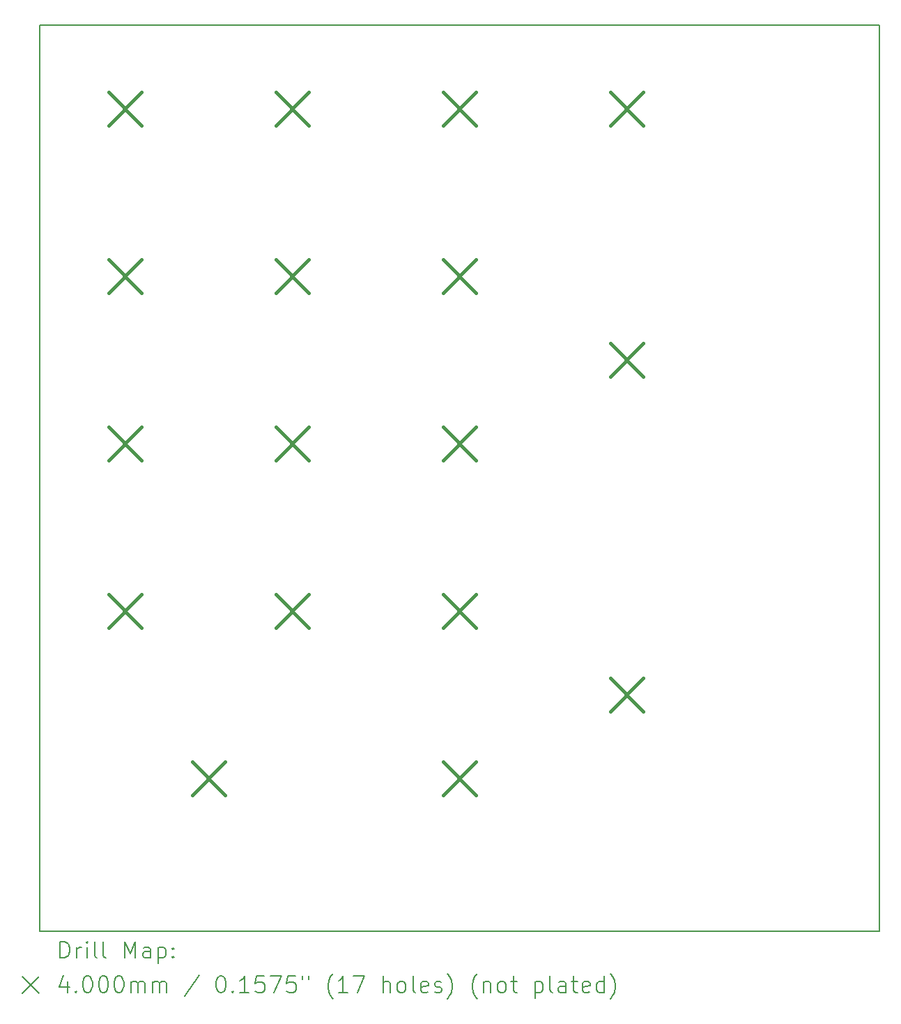
<source format=gbr>
%TF.GenerationSoftware,KiCad,Pcbnew,8.0.3*%
%TF.CreationDate,2024-06-20T00:29:53+02:00*%
%TF.ProjectId,macro=REV2,6d616372-6f3d-4524-9556-322e6b696361,2*%
%TF.SameCoordinates,Original*%
%TF.FileFunction,Drillmap*%
%TF.FilePolarity,Positive*%
%FSLAX45Y45*%
G04 Gerber Fmt 4.5, Leading zero omitted, Abs format (unit mm)*
G04 Created by KiCad (PCBNEW 8.0.3) date 2024-06-20 00:29:53*
%MOMM*%
%LPD*%
G01*
G04 APERTURE LIST*
%ADD10C,0.200000*%
%ADD11C,0.400000*%
G04 APERTURE END LIST*
D10*
X6070600Y-2032000D02*
X16270600Y-2032000D01*
X16270600Y-13032000D01*
X6070600Y-13032000D01*
X6070600Y-2032000D01*
D11*
X6912000Y-2848000D02*
X7312000Y-3248000D01*
X7312000Y-2848000D02*
X6912000Y-3248000D01*
X6912000Y-4880000D02*
X7312000Y-5280000D01*
X7312000Y-4880000D02*
X6912000Y-5280000D01*
X6912000Y-6912000D02*
X7312000Y-7312000D01*
X7312000Y-6912000D02*
X6912000Y-7312000D01*
X6912000Y-8944000D02*
X7312000Y-9344000D01*
X7312000Y-8944000D02*
X6912000Y-9344000D01*
X7928000Y-10976000D02*
X8328000Y-11376000D01*
X8328000Y-10976000D02*
X7928000Y-11376000D01*
X8944000Y-2848000D02*
X9344000Y-3248000D01*
X9344000Y-2848000D02*
X8944000Y-3248000D01*
X8944000Y-4880000D02*
X9344000Y-5280000D01*
X9344000Y-4880000D02*
X8944000Y-5280000D01*
X8944000Y-6912000D02*
X9344000Y-7312000D01*
X9344000Y-6912000D02*
X8944000Y-7312000D01*
X8944000Y-8944000D02*
X9344000Y-9344000D01*
X9344000Y-8944000D02*
X8944000Y-9344000D01*
X10976000Y-2848000D02*
X11376000Y-3248000D01*
X11376000Y-2848000D02*
X10976000Y-3248000D01*
X10976000Y-4880000D02*
X11376000Y-5280000D01*
X11376000Y-4880000D02*
X10976000Y-5280000D01*
X10976000Y-6912000D02*
X11376000Y-7312000D01*
X11376000Y-6912000D02*
X10976000Y-7312000D01*
X10976000Y-8944000D02*
X11376000Y-9344000D01*
X11376000Y-8944000D02*
X10976000Y-9344000D01*
X10976000Y-10976000D02*
X11376000Y-11376000D01*
X11376000Y-10976000D02*
X10976000Y-11376000D01*
X13008000Y-2848000D02*
X13408000Y-3248000D01*
X13408000Y-2848000D02*
X13008000Y-3248000D01*
X13008000Y-5896000D02*
X13408000Y-6296000D01*
X13408000Y-5896000D02*
X13008000Y-6296000D01*
X13008000Y-9960000D02*
X13408000Y-10360000D01*
X13408000Y-9960000D02*
X13008000Y-10360000D01*
D10*
X6321377Y-13353484D02*
X6321377Y-13153484D01*
X6321377Y-13153484D02*
X6368996Y-13153484D01*
X6368996Y-13153484D02*
X6397567Y-13163008D01*
X6397567Y-13163008D02*
X6416615Y-13182055D01*
X6416615Y-13182055D02*
X6426139Y-13201103D01*
X6426139Y-13201103D02*
X6435662Y-13239198D01*
X6435662Y-13239198D02*
X6435662Y-13267769D01*
X6435662Y-13267769D02*
X6426139Y-13305865D01*
X6426139Y-13305865D02*
X6416615Y-13324912D01*
X6416615Y-13324912D02*
X6397567Y-13343960D01*
X6397567Y-13343960D02*
X6368996Y-13353484D01*
X6368996Y-13353484D02*
X6321377Y-13353484D01*
X6521377Y-13353484D02*
X6521377Y-13220150D01*
X6521377Y-13258246D02*
X6530901Y-13239198D01*
X6530901Y-13239198D02*
X6540424Y-13229674D01*
X6540424Y-13229674D02*
X6559472Y-13220150D01*
X6559472Y-13220150D02*
X6578520Y-13220150D01*
X6645186Y-13353484D02*
X6645186Y-13220150D01*
X6645186Y-13153484D02*
X6635662Y-13163008D01*
X6635662Y-13163008D02*
X6645186Y-13172531D01*
X6645186Y-13172531D02*
X6654710Y-13163008D01*
X6654710Y-13163008D02*
X6645186Y-13153484D01*
X6645186Y-13153484D02*
X6645186Y-13172531D01*
X6768996Y-13353484D02*
X6749948Y-13343960D01*
X6749948Y-13343960D02*
X6740424Y-13324912D01*
X6740424Y-13324912D02*
X6740424Y-13153484D01*
X6873758Y-13353484D02*
X6854710Y-13343960D01*
X6854710Y-13343960D02*
X6845186Y-13324912D01*
X6845186Y-13324912D02*
X6845186Y-13153484D01*
X7102329Y-13353484D02*
X7102329Y-13153484D01*
X7102329Y-13153484D02*
X7168996Y-13296341D01*
X7168996Y-13296341D02*
X7235662Y-13153484D01*
X7235662Y-13153484D02*
X7235662Y-13353484D01*
X7416615Y-13353484D02*
X7416615Y-13248722D01*
X7416615Y-13248722D02*
X7407091Y-13229674D01*
X7407091Y-13229674D02*
X7388043Y-13220150D01*
X7388043Y-13220150D02*
X7349948Y-13220150D01*
X7349948Y-13220150D02*
X7330901Y-13229674D01*
X7416615Y-13343960D02*
X7397567Y-13353484D01*
X7397567Y-13353484D02*
X7349948Y-13353484D01*
X7349948Y-13353484D02*
X7330901Y-13343960D01*
X7330901Y-13343960D02*
X7321377Y-13324912D01*
X7321377Y-13324912D02*
X7321377Y-13305865D01*
X7321377Y-13305865D02*
X7330901Y-13286817D01*
X7330901Y-13286817D02*
X7349948Y-13277293D01*
X7349948Y-13277293D02*
X7397567Y-13277293D01*
X7397567Y-13277293D02*
X7416615Y-13267769D01*
X7511853Y-13220150D02*
X7511853Y-13420150D01*
X7511853Y-13229674D02*
X7530901Y-13220150D01*
X7530901Y-13220150D02*
X7568996Y-13220150D01*
X7568996Y-13220150D02*
X7588043Y-13229674D01*
X7588043Y-13229674D02*
X7597567Y-13239198D01*
X7597567Y-13239198D02*
X7607091Y-13258246D01*
X7607091Y-13258246D02*
X7607091Y-13315388D01*
X7607091Y-13315388D02*
X7597567Y-13334436D01*
X7597567Y-13334436D02*
X7588043Y-13343960D01*
X7588043Y-13343960D02*
X7568996Y-13353484D01*
X7568996Y-13353484D02*
X7530901Y-13353484D01*
X7530901Y-13353484D02*
X7511853Y-13343960D01*
X7692805Y-13334436D02*
X7702329Y-13343960D01*
X7702329Y-13343960D02*
X7692805Y-13353484D01*
X7692805Y-13353484D02*
X7683282Y-13343960D01*
X7683282Y-13343960D02*
X7692805Y-13334436D01*
X7692805Y-13334436D02*
X7692805Y-13353484D01*
X7692805Y-13229674D02*
X7702329Y-13239198D01*
X7702329Y-13239198D02*
X7692805Y-13248722D01*
X7692805Y-13248722D02*
X7683282Y-13239198D01*
X7683282Y-13239198D02*
X7692805Y-13229674D01*
X7692805Y-13229674D02*
X7692805Y-13248722D01*
X5860600Y-13582000D02*
X6060600Y-13782000D01*
X6060600Y-13582000D02*
X5860600Y-13782000D01*
X6407091Y-13640150D02*
X6407091Y-13773484D01*
X6359472Y-13563960D02*
X6311853Y-13706817D01*
X6311853Y-13706817D02*
X6435662Y-13706817D01*
X6511853Y-13754436D02*
X6521377Y-13763960D01*
X6521377Y-13763960D02*
X6511853Y-13773484D01*
X6511853Y-13773484D02*
X6502329Y-13763960D01*
X6502329Y-13763960D02*
X6511853Y-13754436D01*
X6511853Y-13754436D02*
X6511853Y-13773484D01*
X6645186Y-13573484D02*
X6664234Y-13573484D01*
X6664234Y-13573484D02*
X6683282Y-13583008D01*
X6683282Y-13583008D02*
X6692805Y-13592531D01*
X6692805Y-13592531D02*
X6702329Y-13611579D01*
X6702329Y-13611579D02*
X6711853Y-13649674D01*
X6711853Y-13649674D02*
X6711853Y-13697293D01*
X6711853Y-13697293D02*
X6702329Y-13735388D01*
X6702329Y-13735388D02*
X6692805Y-13754436D01*
X6692805Y-13754436D02*
X6683282Y-13763960D01*
X6683282Y-13763960D02*
X6664234Y-13773484D01*
X6664234Y-13773484D02*
X6645186Y-13773484D01*
X6645186Y-13773484D02*
X6626139Y-13763960D01*
X6626139Y-13763960D02*
X6616615Y-13754436D01*
X6616615Y-13754436D02*
X6607091Y-13735388D01*
X6607091Y-13735388D02*
X6597567Y-13697293D01*
X6597567Y-13697293D02*
X6597567Y-13649674D01*
X6597567Y-13649674D02*
X6607091Y-13611579D01*
X6607091Y-13611579D02*
X6616615Y-13592531D01*
X6616615Y-13592531D02*
X6626139Y-13583008D01*
X6626139Y-13583008D02*
X6645186Y-13573484D01*
X6835662Y-13573484D02*
X6854710Y-13573484D01*
X6854710Y-13573484D02*
X6873758Y-13583008D01*
X6873758Y-13583008D02*
X6883282Y-13592531D01*
X6883282Y-13592531D02*
X6892805Y-13611579D01*
X6892805Y-13611579D02*
X6902329Y-13649674D01*
X6902329Y-13649674D02*
X6902329Y-13697293D01*
X6902329Y-13697293D02*
X6892805Y-13735388D01*
X6892805Y-13735388D02*
X6883282Y-13754436D01*
X6883282Y-13754436D02*
X6873758Y-13763960D01*
X6873758Y-13763960D02*
X6854710Y-13773484D01*
X6854710Y-13773484D02*
X6835662Y-13773484D01*
X6835662Y-13773484D02*
X6816615Y-13763960D01*
X6816615Y-13763960D02*
X6807091Y-13754436D01*
X6807091Y-13754436D02*
X6797567Y-13735388D01*
X6797567Y-13735388D02*
X6788043Y-13697293D01*
X6788043Y-13697293D02*
X6788043Y-13649674D01*
X6788043Y-13649674D02*
X6797567Y-13611579D01*
X6797567Y-13611579D02*
X6807091Y-13592531D01*
X6807091Y-13592531D02*
X6816615Y-13583008D01*
X6816615Y-13583008D02*
X6835662Y-13573484D01*
X7026139Y-13573484D02*
X7045186Y-13573484D01*
X7045186Y-13573484D02*
X7064234Y-13583008D01*
X7064234Y-13583008D02*
X7073758Y-13592531D01*
X7073758Y-13592531D02*
X7083282Y-13611579D01*
X7083282Y-13611579D02*
X7092805Y-13649674D01*
X7092805Y-13649674D02*
X7092805Y-13697293D01*
X7092805Y-13697293D02*
X7083282Y-13735388D01*
X7083282Y-13735388D02*
X7073758Y-13754436D01*
X7073758Y-13754436D02*
X7064234Y-13763960D01*
X7064234Y-13763960D02*
X7045186Y-13773484D01*
X7045186Y-13773484D02*
X7026139Y-13773484D01*
X7026139Y-13773484D02*
X7007091Y-13763960D01*
X7007091Y-13763960D02*
X6997567Y-13754436D01*
X6997567Y-13754436D02*
X6988043Y-13735388D01*
X6988043Y-13735388D02*
X6978520Y-13697293D01*
X6978520Y-13697293D02*
X6978520Y-13649674D01*
X6978520Y-13649674D02*
X6988043Y-13611579D01*
X6988043Y-13611579D02*
X6997567Y-13592531D01*
X6997567Y-13592531D02*
X7007091Y-13583008D01*
X7007091Y-13583008D02*
X7026139Y-13573484D01*
X7178520Y-13773484D02*
X7178520Y-13640150D01*
X7178520Y-13659198D02*
X7188043Y-13649674D01*
X7188043Y-13649674D02*
X7207091Y-13640150D01*
X7207091Y-13640150D02*
X7235663Y-13640150D01*
X7235663Y-13640150D02*
X7254710Y-13649674D01*
X7254710Y-13649674D02*
X7264234Y-13668722D01*
X7264234Y-13668722D02*
X7264234Y-13773484D01*
X7264234Y-13668722D02*
X7273758Y-13649674D01*
X7273758Y-13649674D02*
X7292805Y-13640150D01*
X7292805Y-13640150D02*
X7321377Y-13640150D01*
X7321377Y-13640150D02*
X7340424Y-13649674D01*
X7340424Y-13649674D02*
X7349948Y-13668722D01*
X7349948Y-13668722D02*
X7349948Y-13773484D01*
X7445186Y-13773484D02*
X7445186Y-13640150D01*
X7445186Y-13659198D02*
X7454710Y-13649674D01*
X7454710Y-13649674D02*
X7473758Y-13640150D01*
X7473758Y-13640150D02*
X7502329Y-13640150D01*
X7502329Y-13640150D02*
X7521377Y-13649674D01*
X7521377Y-13649674D02*
X7530901Y-13668722D01*
X7530901Y-13668722D02*
X7530901Y-13773484D01*
X7530901Y-13668722D02*
X7540424Y-13649674D01*
X7540424Y-13649674D02*
X7559472Y-13640150D01*
X7559472Y-13640150D02*
X7588043Y-13640150D01*
X7588043Y-13640150D02*
X7607091Y-13649674D01*
X7607091Y-13649674D02*
X7616615Y-13668722D01*
X7616615Y-13668722D02*
X7616615Y-13773484D01*
X8007091Y-13563960D02*
X7835663Y-13821103D01*
X8264234Y-13573484D02*
X8283282Y-13573484D01*
X8283282Y-13573484D02*
X8302329Y-13583008D01*
X8302329Y-13583008D02*
X8311853Y-13592531D01*
X8311853Y-13592531D02*
X8321377Y-13611579D01*
X8321377Y-13611579D02*
X8330901Y-13649674D01*
X8330901Y-13649674D02*
X8330901Y-13697293D01*
X8330901Y-13697293D02*
X8321377Y-13735388D01*
X8321377Y-13735388D02*
X8311853Y-13754436D01*
X8311853Y-13754436D02*
X8302329Y-13763960D01*
X8302329Y-13763960D02*
X8283282Y-13773484D01*
X8283282Y-13773484D02*
X8264234Y-13773484D01*
X8264234Y-13773484D02*
X8245186Y-13763960D01*
X8245186Y-13763960D02*
X8235663Y-13754436D01*
X8235663Y-13754436D02*
X8226139Y-13735388D01*
X8226139Y-13735388D02*
X8216615Y-13697293D01*
X8216615Y-13697293D02*
X8216615Y-13649674D01*
X8216615Y-13649674D02*
X8226139Y-13611579D01*
X8226139Y-13611579D02*
X8235663Y-13592531D01*
X8235663Y-13592531D02*
X8245186Y-13583008D01*
X8245186Y-13583008D02*
X8264234Y-13573484D01*
X8416615Y-13754436D02*
X8426139Y-13763960D01*
X8426139Y-13763960D02*
X8416615Y-13773484D01*
X8416615Y-13773484D02*
X8407091Y-13763960D01*
X8407091Y-13763960D02*
X8416615Y-13754436D01*
X8416615Y-13754436D02*
X8416615Y-13773484D01*
X8616615Y-13773484D02*
X8502329Y-13773484D01*
X8559472Y-13773484D02*
X8559472Y-13573484D01*
X8559472Y-13573484D02*
X8540425Y-13602055D01*
X8540425Y-13602055D02*
X8521377Y-13621103D01*
X8521377Y-13621103D02*
X8502329Y-13630627D01*
X8797568Y-13573484D02*
X8702329Y-13573484D01*
X8702329Y-13573484D02*
X8692806Y-13668722D01*
X8692806Y-13668722D02*
X8702329Y-13659198D01*
X8702329Y-13659198D02*
X8721377Y-13649674D01*
X8721377Y-13649674D02*
X8768996Y-13649674D01*
X8768996Y-13649674D02*
X8788044Y-13659198D01*
X8788044Y-13659198D02*
X8797568Y-13668722D01*
X8797568Y-13668722D02*
X8807091Y-13687769D01*
X8807091Y-13687769D02*
X8807091Y-13735388D01*
X8807091Y-13735388D02*
X8797568Y-13754436D01*
X8797568Y-13754436D02*
X8788044Y-13763960D01*
X8788044Y-13763960D02*
X8768996Y-13773484D01*
X8768996Y-13773484D02*
X8721377Y-13773484D01*
X8721377Y-13773484D02*
X8702329Y-13763960D01*
X8702329Y-13763960D02*
X8692806Y-13754436D01*
X8873758Y-13573484D02*
X9007091Y-13573484D01*
X9007091Y-13573484D02*
X8921377Y-13773484D01*
X9178520Y-13573484D02*
X9083282Y-13573484D01*
X9083282Y-13573484D02*
X9073758Y-13668722D01*
X9073758Y-13668722D02*
X9083282Y-13659198D01*
X9083282Y-13659198D02*
X9102329Y-13649674D01*
X9102329Y-13649674D02*
X9149949Y-13649674D01*
X9149949Y-13649674D02*
X9168996Y-13659198D01*
X9168996Y-13659198D02*
X9178520Y-13668722D01*
X9178520Y-13668722D02*
X9188044Y-13687769D01*
X9188044Y-13687769D02*
X9188044Y-13735388D01*
X9188044Y-13735388D02*
X9178520Y-13754436D01*
X9178520Y-13754436D02*
X9168996Y-13763960D01*
X9168996Y-13763960D02*
X9149949Y-13773484D01*
X9149949Y-13773484D02*
X9102329Y-13773484D01*
X9102329Y-13773484D02*
X9083282Y-13763960D01*
X9083282Y-13763960D02*
X9073758Y-13754436D01*
X9264234Y-13573484D02*
X9264234Y-13611579D01*
X9340425Y-13573484D02*
X9340425Y-13611579D01*
X9635663Y-13849674D02*
X9626139Y-13840150D01*
X9626139Y-13840150D02*
X9607091Y-13811579D01*
X9607091Y-13811579D02*
X9597568Y-13792531D01*
X9597568Y-13792531D02*
X9588044Y-13763960D01*
X9588044Y-13763960D02*
X9578520Y-13716341D01*
X9578520Y-13716341D02*
X9578520Y-13678246D01*
X9578520Y-13678246D02*
X9588044Y-13630627D01*
X9588044Y-13630627D02*
X9597568Y-13602055D01*
X9597568Y-13602055D02*
X9607091Y-13583008D01*
X9607091Y-13583008D02*
X9626139Y-13554436D01*
X9626139Y-13554436D02*
X9635663Y-13544912D01*
X9816615Y-13773484D02*
X9702330Y-13773484D01*
X9759472Y-13773484D02*
X9759472Y-13573484D01*
X9759472Y-13573484D02*
X9740425Y-13602055D01*
X9740425Y-13602055D02*
X9721377Y-13621103D01*
X9721377Y-13621103D02*
X9702330Y-13630627D01*
X9883282Y-13573484D02*
X10016615Y-13573484D01*
X10016615Y-13573484D02*
X9930901Y-13773484D01*
X10245187Y-13773484D02*
X10245187Y-13573484D01*
X10330901Y-13773484D02*
X10330901Y-13668722D01*
X10330901Y-13668722D02*
X10321377Y-13649674D01*
X10321377Y-13649674D02*
X10302330Y-13640150D01*
X10302330Y-13640150D02*
X10273758Y-13640150D01*
X10273758Y-13640150D02*
X10254711Y-13649674D01*
X10254711Y-13649674D02*
X10245187Y-13659198D01*
X10454711Y-13773484D02*
X10435663Y-13763960D01*
X10435663Y-13763960D02*
X10426139Y-13754436D01*
X10426139Y-13754436D02*
X10416615Y-13735388D01*
X10416615Y-13735388D02*
X10416615Y-13678246D01*
X10416615Y-13678246D02*
X10426139Y-13659198D01*
X10426139Y-13659198D02*
X10435663Y-13649674D01*
X10435663Y-13649674D02*
X10454711Y-13640150D01*
X10454711Y-13640150D02*
X10483282Y-13640150D01*
X10483282Y-13640150D02*
X10502330Y-13649674D01*
X10502330Y-13649674D02*
X10511853Y-13659198D01*
X10511853Y-13659198D02*
X10521377Y-13678246D01*
X10521377Y-13678246D02*
X10521377Y-13735388D01*
X10521377Y-13735388D02*
X10511853Y-13754436D01*
X10511853Y-13754436D02*
X10502330Y-13763960D01*
X10502330Y-13763960D02*
X10483282Y-13773484D01*
X10483282Y-13773484D02*
X10454711Y-13773484D01*
X10635663Y-13773484D02*
X10616615Y-13763960D01*
X10616615Y-13763960D02*
X10607092Y-13744912D01*
X10607092Y-13744912D02*
X10607092Y-13573484D01*
X10788044Y-13763960D02*
X10768996Y-13773484D01*
X10768996Y-13773484D02*
X10730901Y-13773484D01*
X10730901Y-13773484D02*
X10711853Y-13763960D01*
X10711853Y-13763960D02*
X10702330Y-13744912D01*
X10702330Y-13744912D02*
X10702330Y-13668722D01*
X10702330Y-13668722D02*
X10711853Y-13649674D01*
X10711853Y-13649674D02*
X10730901Y-13640150D01*
X10730901Y-13640150D02*
X10768996Y-13640150D01*
X10768996Y-13640150D02*
X10788044Y-13649674D01*
X10788044Y-13649674D02*
X10797568Y-13668722D01*
X10797568Y-13668722D02*
X10797568Y-13687769D01*
X10797568Y-13687769D02*
X10702330Y-13706817D01*
X10873758Y-13763960D02*
X10892806Y-13773484D01*
X10892806Y-13773484D02*
X10930901Y-13773484D01*
X10930901Y-13773484D02*
X10949949Y-13763960D01*
X10949949Y-13763960D02*
X10959473Y-13744912D01*
X10959473Y-13744912D02*
X10959473Y-13735388D01*
X10959473Y-13735388D02*
X10949949Y-13716341D01*
X10949949Y-13716341D02*
X10930901Y-13706817D01*
X10930901Y-13706817D02*
X10902330Y-13706817D01*
X10902330Y-13706817D02*
X10883282Y-13697293D01*
X10883282Y-13697293D02*
X10873758Y-13678246D01*
X10873758Y-13678246D02*
X10873758Y-13668722D01*
X10873758Y-13668722D02*
X10883282Y-13649674D01*
X10883282Y-13649674D02*
X10902330Y-13640150D01*
X10902330Y-13640150D02*
X10930901Y-13640150D01*
X10930901Y-13640150D02*
X10949949Y-13649674D01*
X11026139Y-13849674D02*
X11035663Y-13840150D01*
X11035663Y-13840150D02*
X11054711Y-13811579D01*
X11054711Y-13811579D02*
X11064234Y-13792531D01*
X11064234Y-13792531D02*
X11073758Y-13763960D01*
X11073758Y-13763960D02*
X11083282Y-13716341D01*
X11083282Y-13716341D02*
X11083282Y-13678246D01*
X11083282Y-13678246D02*
X11073758Y-13630627D01*
X11073758Y-13630627D02*
X11064234Y-13602055D01*
X11064234Y-13602055D02*
X11054711Y-13583008D01*
X11054711Y-13583008D02*
X11035663Y-13554436D01*
X11035663Y-13554436D02*
X11026139Y-13544912D01*
X11388044Y-13849674D02*
X11378520Y-13840150D01*
X11378520Y-13840150D02*
X11359472Y-13811579D01*
X11359472Y-13811579D02*
X11349949Y-13792531D01*
X11349949Y-13792531D02*
X11340425Y-13763960D01*
X11340425Y-13763960D02*
X11330901Y-13716341D01*
X11330901Y-13716341D02*
X11330901Y-13678246D01*
X11330901Y-13678246D02*
X11340425Y-13630627D01*
X11340425Y-13630627D02*
X11349949Y-13602055D01*
X11349949Y-13602055D02*
X11359472Y-13583008D01*
X11359472Y-13583008D02*
X11378520Y-13554436D01*
X11378520Y-13554436D02*
X11388044Y-13544912D01*
X11464234Y-13640150D02*
X11464234Y-13773484D01*
X11464234Y-13659198D02*
X11473758Y-13649674D01*
X11473758Y-13649674D02*
X11492806Y-13640150D01*
X11492806Y-13640150D02*
X11521377Y-13640150D01*
X11521377Y-13640150D02*
X11540425Y-13649674D01*
X11540425Y-13649674D02*
X11549949Y-13668722D01*
X11549949Y-13668722D02*
X11549949Y-13773484D01*
X11673758Y-13773484D02*
X11654711Y-13763960D01*
X11654711Y-13763960D02*
X11645187Y-13754436D01*
X11645187Y-13754436D02*
X11635663Y-13735388D01*
X11635663Y-13735388D02*
X11635663Y-13678246D01*
X11635663Y-13678246D02*
X11645187Y-13659198D01*
X11645187Y-13659198D02*
X11654711Y-13649674D01*
X11654711Y-13649674D02*
X11673758Y-13640150D01*
X11673758Y-13640150D02*
X11702330Y-13640150D01*
X11702330Y-13640150D02*
X11721377Y-13649674D01*
X11721377Y-13649674D02*
X11730901Y-13659198D01*
X11730901Y-13659198D02*
X11740425Y-13678246D01*
X11740425Y-13678246D02*
X11740425Y-13735388D01*
X11740425Y-13735388D02*
X11730901Y-13754436D01*
X11730901Y-13754436D02*
X11721377Y-13763960D01*
X11721377Y-13763960D02*
X11702330Y-13773484D01*
X11702330Y-13773484D02*
X11673758Y-13773484D01*
X11797568Y-13640150D02*
X11873758Y-13640150D01*
X11826139Y-13573484D02*
X11826139Y-13744912D01*
X11826139Y-13744912D02*
X11835663Y-13763960D01*
X11835663Y-13763960D02*
X11854711Y-13773484D01*
X11854711Y-13773484D02*
X11873758Y-13773484D01*
X12092806Y-13640150D02*
X12092806Y-13840150D01*
X12092806Y-13649674D02*
X12111853Y-13640150D01*
X12111853Y-13640150D02*
X12149949Y-13640150D01*
X12149949Y-13640150D02*
X12168996Y-13649674D01*
X12168996Y-13649674D02*
X12178520Y-13659198D01*
X12178520Y-13659198D02*
X12188044Y-13678246D01*
X12188044Y-13678246D02*
X12188044Y-13735388D01*
X12188044Y-13735388D02*
X12178520Y-13754436D01*
X12178520Y-13754436D02*
X12168996Y-13763960D01*
X12168996Y-13763960D02*
X12149949Y-13773484D01*
X12149949Y-13773484D02*
X12111853Y-13773484D01*
X12111853Y-13773484D02*
X12092806Y-13763960D01*
X12302330Y-13773484D02*
X12283282Y-13763960D01*
X12283282Y-13763960D02*
X12273758Y-13744912D01*
X12273758Y-13744912D02*
X12273758Y-13573484D01*
X12464234Y-13773484D02*
X12464234Y-13668722D01*
X12464234Y-13668722D02*
X12454711Y-13649674D01*
X12454711Y-13649674D02*
X12435663Y-13640150D01*
X12435663Y-13640150D02*
X12397568Y-13640150D01*
X12397568Y-13640150D02*
X12378520Y-13649674D01*
X12464234Y-13763960D02*
X12445187Y-13773484D01*
X12445187Y-13773484D02*
X12397568Y-13773484D01*
X12397568Y-13773484D02*
X12378520Y-13763960D01*
X12378520Y-13763960D02*
X12368996Y-13744912D01*
X12368996Y-13744912D02*
X12368996Y-13725865D01*
X12368996Y-13725865D02*
X12378520Y-13706817D01*
X12378520Y-13706817D02*
X12397568Y-13697293D01*
X12397568Y-13697293D02*
X12445187Y-13697293D01*
X12445187Y-13697293D02*
X12464234Y-13687769D01*
X12530901Y-13640150D02*
X12607092Y-13640150D01*
X12559473Y-13573484D02*
X12559473Y-13744912D01*
X12559473Y-13744912D02*
X12568996Y-13763960D01*
X12568996Y-13763960D02*
X12588044Y-13773484D01*
X12588044Y-13773484D02*
X12607092Y-13773484D01*
X12749949Y-13763960D02*
X12730901Y-13773484D01*
X12730901Y-13773484D02*
X12692806Y-13773484D01*
X12692806Y-13773484D02*
X12673758Y-13763960D01*
X12673758Y-13763960D02*
X12664234Y-13744912D01*
X12664234Y-13744912D02*
X12664234Y-13668722D01*
X12664234Y-13668722D02*
X12673758Y-13649674D01*
X12673758Y-13649674D02*
X12692806Y-13640150D01*
X12692806Y-13640150D02*
X12730901Y-13640150D01*
X12730901Y-13640150D02*
X12749949Y-13649674D01*
X12749949Y-13649674D02*
X12759473Y-13668722D01*
X12759473Y-13668722D02*
X12759473Y-13687769D01*
X12759473Y-13687769D02*
X12664234Y-13706817D01*
X12930901Y-13773484D02*
X12930901Y-13573484D01*
X12930901Y-13763960D02*
X12911854Y-13773484D01*
X12911854Y-13773484D02*
X12873758Y-13773484D01*
X12873758Y-13773484D02*
X12854711Y-13763960D01*
X12854711Y-13763960D02*
X12845187Y-13754436D01*
X12845187Y-13754436D02*
X12835663Y-13735388D01*
X12835663Y-13735388D02*
X12835663Y-13678246D01*
X12835663Y-13678246D02*
X12845187Y-13659198D01*
X12845187Y-13659198D02*
X12854711Y-13649674D01*
X12854711Y-13649674D02*
X12873758Y-13640150D01*
X12873758Y-13640150D02*
X12911854Y-13640150D01*
X12911854Y-13640150D02*
X12930901Y-13649674D01*
X13007092Y-13849674D02*
X13016615Y-13840150D01*
X13016615Y-13840150D02*
X13035663Y-13811579D01*
X13035663Y-13811579D02*
X13045187Y-13792531D01*
X13045187Y-13792531D02*
X13054711Y-13763960D01*
X13054711Y-13763960D02*
X13064234Y-13716341D01*
X13064234Y-13716341D02*
X13064234Y-13678246D01*
X13064234Y-13678246D02*
X13054711Y-13630627D01*
X13054711Y-13630627D02*
X13045187Y-13602055D01*
X13045187Y-13602055D02*
X13035663Y-13583008D01*
X13035663Y-13583008D02*
X13016615Y-13554436D01*
X13016615Y-13554436D02*
X13007092Y-13544912D01*
M02*

</source>
